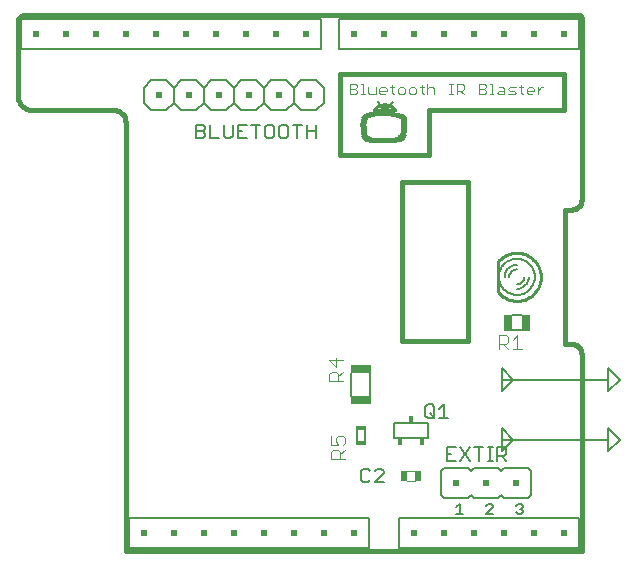
<source format=gto>
G75*
%MOIN*%
%OFA0B0*%
%FSLAX24Y24*%
%IPPOS*%
%LPD*%
%AMOC8*
5,1,8,0,0,1.08239X$1,22.5*
%
%ADD10C,0.0160*%
%ADD11C,0.0040*%
%ADD12C,0.0050*%
%ADD13R,0.0200X0.0200*%
%ADD14R,0.0400X0.0010*%
%ADD15R,0.0760X0.0010*%
%ADD16R,0.0960X0.0010*%
%ADD17R,0.1030X0.0010*%
%ADD18R,0.1120X0.0010*%
%ADD19R,0.1190X0.0010*%
%ADD20R,0.1220X0.0010*%
%ADD21R,0.1260X0.0010*%
%ADD22R,0.1300X0.0010*%
%ADD23R,0.1320X0.0010*%
%ADD24R,0.1350X0.0010*%
%ADD25R,0.1370X0.0010*%
%ADD26R,0.1380X0.0010*%
%ADD27R,0.1400X0.0010*%
%ADD28R,0.1420X0.0010*%
%ADD29R,0.0600X0.0010*%
%ADD30R,0.0610X0.0010*%
%ADD31R,0.0420X0.0010*%
%ADD32R,0.0330X0.0010*%
%ADD33R,0.0360X0.0010*%
%ADD34R,0.0320X0.0010*%
%ADD35R,0.0280X0.0010*%
%ADD36R,0.0300X0.0010*%
%ADD37R,0.0260X0.0010*%
%ADD38R,0.0270X0.0010*%
%ADD39R,0.0240X0.0010*%
%ADD40R,0.0250X0.0010*%
%ADD41R,0.0230X0.0010*%
%ADD42R,0.0220X0.0010*%
%ADD43R,0.0210X0.0010*%
%ADD44R,0.0200X0.0010*%
%ADD45R,0.0190X0.0010*%
%ADD46R,0.0180X0.0010*%
%ADD47R,0.0170X0.0010*%
%ADD48R,0.0480X0.0010*%
%ADD49R,0.1410X0.0010*%
%ADD50R,0.1390X0.0010*%
%ADD51R,0.1360X0.0010*%
%ADD52R,0.1330X0.0010*%
%ADD53R,0.1310X0.0010*%
%ADD54R,0.1210X0.0010*%
%ADD55R,0.1160X0.0010*%
%ADD56R,0.1090X0.0010*%
%ADD57R,0.0970X0.0010*%
%ADD58R,0.0840X0.0010*%
%ADD59R,0.0660X0.0010*%
%ADD60R,0.0050X0.0010*%
%ADD61R,0.0790X0.0010*%
%ADD62R,0.0800X0.0010*%
%ADD63R,0.0780X0.0010*%
%ADD64R,0.0310X0.0010*%
%ADD65R,0.0290X0.0010*%
%ADD66R,0.0150X0.0010*%
%ADD67R,0.0160X0.0010*%
%ADD68R,0.0140X0.0010*%
%ADD69R,0.0130X0.0010*%
%ADD70R,0.0640X0.0010*%
%ADD71R,0.0590X0.0010*%
%ADD72R,0.0560X0.0010*%
%ADD73R,0.0540X0.0010*%
%ADD74R,0.0500X0.0010*%
%ADD75R,0.0470X0.0010*%
%ADD76R,0.0430X0.0010*%
%ADD77R,0.0030X0.0010*%
%ADD78R,0.0040X0.0010*%
%ADD79R,0.0020X0.0010*%
%ADD80C,0.0060*%
%ADD81R,0.0180X0.0230*%
%ADD82R,0.0690X0.0290*%
%ADD83R,0.0340X0.0160*%
%ADD84R,0.0197X0.0374*%
%ADD85R,0.0197X0.0374*%
%ADD86C,0.0100*%
%ADD87R,0.0240X0.0240*%
%ADD88R,0.0256X0.0551*%
D10*
X003780Y000240D02*
X003780Y014540D01*
X003778Y014579D01*
X003772Y014618D01*
X003763Y014656D01*
X003750Y014693D01*
X003733Y014729D01*
X003713Y014762D01*
X003689Y014794D01*
X003663Y014823D01*
X003634Y014849D01*
X003602Y014873D01*
X003569Y014893D01*
X003533Y014910D01*
X003496Y014923D01*
X003458Y014932D01*
X003419Y014938D01*
X003380Y014940D01*
X000680Y014940D01*
X000636Y014942D01*
X000593Y014948D01*
X000551Y014957D01*
X000509Y014970D01*
X000469Y014987D01*
X000430Y015007D01*
X000393Y015030D01*
X000359Y015057D01*
X000326Y015086D01*
X000297Y015119D01*
X000270Y015153D01*
X000247Y015190D01*
X000227Y015229D01*
X000210Y015269D01*
X000197Y015311D01*
X000188Y015353D01*
X000182Y015396D01*
X000180Y015440D01*
X000180Y017860D01*
X000182Y017889D01*
X000187Y017917D01*
X000196Y017945D01*
X000207Y017972D01*
X000222Y017996D01*
X000240Y018019D01*
X000261Y018040D01*
X000284Y018058D01*
X000308Y018073D01*
X000335Y018084D01*
X000363Y018093D01*
X000391Y018098D01*
X000420Y018100D01*
X018900Y018100D01*
X018916Y018098D01*
X018931Y018094D01*
X018944Y018087D01*
X018957Y018077D01*
X018967Y018064D01*
X018974Y018051D01*
X018978Y018036D01*
X018980Y018020D01*
X018980Y017460D01*
X018980Y017440D02*
X018980Y011940D01*
X018978Y011906D01*
X018972Y011873D01*
X018963Y011841D01*
X018950Y011810D01*
X018934Y011780D01*
X018915Y011753D01*
X018892Y011728D01*
X018867Y011705D01*
X018840Y011686D01*
X018810Y011670D01*
X018779Y011657D01*
X018747Y011648D01*
X018714Y011642D01*
X018680Y011640D01*
X018660Y011620D02*
X018420Y011620D01*
X018420Y007140D01*
X018660Y007140D01*
X018693Y007138D01*
X018727Y007133D01*
X018759Y007124D01*
X018790Y007112D01*
X018820Y007097D01*
X018848Y007079D01*
X018874Y007058D01*
X018898Y007034D01*
X018919Y007008D01*
X018937Y006980D01*
X018952Y006950D01*
X018964Y006919D01*
X018973Y006887D01*
X018978Y006853D01*
X018980Y006820D01*
X018980Y000260D01*
X018980Y000240D02*
X003780Y000240D01*
X012980Y007240D02*
X012980Y012540D01*
X015180Y012540D01*
X015180Y007240D01*
X012980Y007240D01*
X013880Y013440D02*
X010920Y013440D01*
X010920Y016140D01*
X018400Y016140D01*
X018400Y014940D01*
X013880Y014940D01*
X013880Y013440D01*
D11*
X013838Y015460D02*
X013838Y015820D01*
X013898Y015700D02*
X013838Y015640D01*
X013898Y015700D02*
X014018Y015700D01*
X014078Y015640D01*
X014078Y015460D01*
X013713Y015460D02*
X013653Y015520D01*
X013653Y015760D01*
X013593Y015700D02*
X013713Y015700D01*
X013465Y015640D02*
X013465Y015520D01*
X013404Y015460D01*
X013284Y015460D01*
X013224Y015520D01*
X013224Y015640D01*
X013284Y015700D01*
X013404Y015700D01*
X013465Y015640D01*
X013096Y015640D02*
X013096Y015520D01*
X013036Y015460D01*
X012916Y015460D01*
X012856Y015520D01*
X012856Y015640D01*
X012916Y015700D01*
X013036Y015700D01*
X013096Y015640D01*
X012731Y015700D02*
X012610Y015700D01*
X012671Y015760D02*
X012671Y015520D01*
X012731Y015460D01*
X012482Y015580D02*
X012242Y015580D01*
X012242Y015520D02*
X012242Y015640D01*
X012302Y015700D01*
X012422Y015700D01*
X012482Y015640D01*
X012482Y015580D01*
X012422Y015460D02*
X012302Y015460D01*
X012242Y015520D01*
X012114Y015460D02*
X012114Y015700D01*
X012114Y015460D02*
X011934Y015460D01*
X011874Y015520D01*
X011874Y015700D01*
X011688Y015820D02*
X011688Y015460D01*
X011628Y015460D02*
X011748Y015460D01*
X011500Y015520D02*
X011500Y015580D01*
X011440Y015640D01*
X011260Y015640D01*
X011260Y015460D02*
X011440Y015460D01*
X011500Y015520D01*
X011440Y015640D02*
X011500Y015700D01*
X011500Y015760D01*
X011440Y015820D01*
X011260Y015820D01*
X011260Y015460D01*
X011628Y015820D02*
X011688Y015820D01*
X014575Y015820D02*
X014695Y015820D01*
X014635Y015820D02*
X014635Y015460D01*
X014575Y015460D02*
X014695Y015460D01*
X014820Y015460D02*
X014820Y015820D01*
X015001Y015820D01*
X015061Y015760D01*
X015061Y015640D01*
X015001Y015580D01*
X014820Y015580D01*
X014940Y015580D02*
X015061Y015460D01*
X015557Y015460D02*
X015737Y015460D01*
X015797Y015520D01*
X015797Y015580D01*
X015737Y015640D01*
X015557Y015640D01*
X015557Y015460D02*
X015557Y015820D01*
X015737Y015820D01*
X015797Y015760D01*
X015797Y015700D01*
X015737Y015640D01*
X015925Y015460D02*
X016045Y015460D01*
X015985Y015460D02*
X015985Y015820D01*
X015925Y015820D01*
X016231Y015700D02*
X016351Y015700D01*
X016411Y015640D01*
X016411Y015460D01*
X016231Y015460D01*
X016171Y015520D01*
X016231Y015580D01*
X016411Y015580D01*
X016539Y015640D02*
X016599Y015700D01*
X016779Y015700D01*
X016907Y015700D02*
X017028Y015700D01*
X016968Y015760D02*
X016968Y015520D01*
X017028Y015460D01*
X017153Y015520D02*
X017153Y015640D01*
X017213Y015700D01*
X017333Y015700D01*
X017393Y015640D01*
X017393Y015580D01*
X017153Y015580D01*
X017153Y015520D02*
X017213Y015460D01*
X017333Y015460D01*
X017521Y015460D02*
X017521Y015700D01*
X017521Y015580D02*
X017641Y015700D01*
X017701Y015700D01*
X016779Y015520D02*
X016719Y015580D01*
X016599Y015580D01*
X016539Y015640D01*
X016539Y015460D02*
X016719Y015460D01*
X016779Y015520D01*
X016833Y007440D02*
X016833Y006980D01*
X016680Y006980D02*
X016987Y006980D01*
X016680Y007287D02*
X016833Y007440D01*
X016526Y007364D02*
X016526Y007210D01*
X016449Y007133D01*
X016219Y007133D01*
X016219Y006980D02*
X016219Y007440D01*
X016449Y007440D01*
X016526Y007364D01*
X016373Y007133D02*
X016526Y006980D01*
X013440Y002905D02*
X013160Y002905D01*
X013160Y002570D02*
X013440Y002570D01*
X011090Y003309D02*
X010630Y003309D01*
X010630Y003539D01*
X010706Y003616D01*
X010860Y003616D01*
X010937Y003539D01*
X010937Y003309D01*
X010937Y003463D02*
X011090Y003616D01*
X011013Y003770D02*
X011090Y003846D01*
X011090Y004000D01*
X011013Y004077D01*
X010860Y004077D01*
X010783Y004000D01*
X010783Y003923D01*
X010860Y003770D01*
X010630Y003770D01*
X010630Y004077D01*
X010570Y005909D02*
X010570Y006139D01*
X010646Y006216D01*
X010800Y006216D01*
X010877Y006139D01*
X010877Y005909D01*
X011030Y005909D02*
X010570Y005909D01*
X010877Y006063D02*
X011030Y006216D01*
X010800Y006370D02*
X010800Y006677D01*
X011030Y006600D02*
X010570Y006600D01*
X010800Y006370D01*
D12*
X013775Y005055D02*
X013775Y004755D01*
X013850Y004680D01*
X014000Y004680D01*
X014075Y004755D01*
X014075Y005055D01*
X014000Y005130D01*
X013850Y005130D01*
X013775Y005055D01*
X013925Y004830D02*
X014075Y004680D01*
X014235Y004680D02*
X014536Y004680D01*
X014386Y004680D02*
X014386Y005130D01*
X014235Y004980D01*
X014485Y003705D02*
X014485Y003255D01*
X014785Y003255D01*
X014945Y003255D02*
X015246Y003705D01*
X015406Y003705D02*
X015706Y003705D01*
X015556Y003705D02*
X015556Y003255D01*
X015866Y003255D02*
X016016Y003255D01*
X015941Y003255D02*
X015941Y003705D01*
X015866Y003705D02*
X016016Y003705D01*
X016173Y003705D02*
X016398Y003705D01*
X016473Y003630D01*
X016473Y003480D01*
X016398Y003405D01*
X016173Y003405D01*
X016173Y003255D02*
X016173Y003705D01*
X016317Y003565D02*
X016317Y004353D01*
X016710Y003959D01*
X016317Y003565D01*
X016323Y003405D02*
X016473Y003255D01*
X016317Y003959D02*
X016710Y003959D01*
X019860Y003959D01*
X019860Y004353D01*
X020254Y003959D01*
X019860Y003565D01*
X019860Y003959D01*
X019860Y005565D02*
X020254Y005959D01*
X019860Y006353D01*
X019860Y005959D01*
X016710Y005959D01*
X016317Y005565D01*
X016317Y006353D01*
X016710Y005959D01*
X016317Y005959D01*
X014945Y003705D02*
X015246Y003255D01*
X014785Y003705D02*
X014485Y003705D01*
X014485Y003480D02*
X014635Y003480D01*
X014918Y001815D02*
X014805Y001702D01*
X014918Y001815D02*
X014918Y001475D01*
X014805Y001475D02*
X015032Y001475D01*
X015805Y001475D02*
X016032Y001702D01*
X016032Y001759D01*
X015975Y001815D01*
X015862Y001815D01*
X015805Y001759D01*
X015805Y001475D02*
X016032Y001475D01*
X016805Y001532D02*
X016862Y001475D01*
X016975Y001475D01*
X017032Y001532D01*
X017032Y001588D01*
X016975Y001645D01*
X016918Y001645D01*
X016975Y001645D02*
X017032Y001702D01*
X017032Y001759D01*
X016975Y001815D01*
X016862Y001815D01*
X016805Y001759D01*
X018880Y001340D02*
X018880Y000340D01*
X012880Y000340D01*
X012880Y001340D01*
X018880Y001340D01*
X019860Y005565D02*
X019860Y005959D01*
X012385Y002905D02*
X012310Y002980D01*
X012160Y002980D01*
X012085Y002905D01*
X011924Y002905D02*
X011849Y002980D01*
X011699Y002980D01*
X011624Y002905D01*
X011624Y002605D01*
X011699Y002530D01*
X011849Y002530D01*
X011924Y002605D01*
X012085Y002530D02*
X012385Y002830D01*
X012385Y002905D01*
X012385Y002530D02*
X012085Y002530D01*
X011880Y001340D02*
X011880Y000340D01*
X003880Y000340D01*
X003880Y001340D01*
X011880Y001340D01*
X010115Y014005D02*
X010115Y014455D01*
X009815Y014455D02*
X009815Y014005D01*
X009815Y014230D02*
X010115Y014230D01*
X009654Y014455D02*
X009354Y014455D01*
X009504Y014455D02*
X009504Y014005D01*
X009194Y014080D02*
X009194Y014380D01*
X009119Y014455D01*
X008969Y014455D01*
X008894Y014380D01*
X008894Y014080D01*
X008969Y014005D01*
X009119Y014005D01*
X009194Y014080D01*
X008734Y014080D02*
X008659Y014005D01*
X008508Y014005D01*
X008433Y014080D01*
X008433Y014380D01*
X008508Y014455D01*
X008659Y014455D01*
X008734Y014380D01*
X008734Y014080D01*
X008273Y014455D02*
X007973Y014455D01*
X008123Y014455D02*
X008123Y014005D01*
X007813Y014005D02*
X007513Y014005D01*
X007513Y014455D01*
X007813Y014455D01*
X007663Y014230D02*
X007513Y014230D01*
X007353Y014080D02*
X007353Y014455D01*
X007052Y014455D02*
X007052Y014080D01*
X007127Y014005D01*
X007277Y014005D01*
X007353Y014080D01*
X006892Y014005D02*
X006592Y014005D01*
X006592Y014455D01*
X006432Y014380D02*
X006432Y014305D01*
X006357Y014230D01*
X006131Y014230D01*
X006131Y014005D02*
X006357Y014005D01*
X006432Y014080D01*
X006432Y014155D01*
X006357Y014230D01*
X006432Y014380D02*
X006357Y014455D01*
X006131Y014455D01*
X006131Y014005D01*
X010280Y016980D02*
X000280Y016980D01*
X000280Y017980D01*
X010280Y017980D01*
X010280Y016980D01*
X010880Y016980D02*
X010880Y017980D01*
X018880Y017980D01*
X018880Y016980D01*
X010880Y016980D01*
D13*
X011380Y017480D03*
X012380Y017480D03*
X013380Y017480D03*
X014380Y017480D03*
X015380Y017480D03*
X016380Y017480D03*
X017380Y017480D03*
X018380Y017480D03*
X009880Y015440D03*
X008880Y015440D03*
X007880Y015440D03*
X006880Y015440D03*
X005880Y015440D03*
X004880Y015440D03*
X004780Y017480D03*
X003780Y017480D03*
X002780Y017480D03*
X001780Y017480D03*
X000780Y017480D03*
X005780Y017480D03*
X006780Y017480D03*
X007780Y017480D03*
X008780Y017480D03*
X009780Y017480D03*
X009380Y000840D03*
X010380Y000840D03*
X011380Y000840D03*
X013380Y000840D03*
X014380Y000840D03*
X015380Y000840D03*
X016380Y000840D03*
X017380Y000840D03*
X018380Y000840D03*
X008380Y000840D03*
X007380Y000840D03*
X006380Y000840D03*
X005380Y000840D03*
X004380Y000840D03*
D14*
X012365Y013830D03*
X011865Y013990D03*
D15*
X012385Y013840D03*
X012425Y014930D03*
D16*
X012375Y013850D03*
D17*
X012380Y013860D03*
D18*
X012375Y013870D03*
D19*
X012380Y013880D03*
D20*
X012375Y013890D03*
D21*
X012385Y013900D03*
X012385Y014780D03*
D22*
X012385Y013910D03*
D23*
X012385Y013920D03*
D24*
X012380Y013930D03*
D25*
X012380Y013940D03*
D26*
X012385Y013950D03*
D27*
X012385Y013960D03*
D28*
X012385Y013970D03*
D29*
X011975Y013980D03*
D30*
X012790Y013980D03*
X012420Y015030D03*
D31*
X012435Y015100D03*
X012915Y014710D03*
X012895Y013990D03*
X011905Y014720D03*
D32*
X011840Y014700D03*
X011830Y014000D03*
X012950Y014010D03*
D33*
X012935Y014000D03*
X012945Y014700D03*
X012405Y015110D03*
X011865Y014710D03*
D34*
X011815Y014010D03*
X012975Y014690D03*
D35*
X013005Y014670D03*
X012435Y014990D03*
X011815Y014690D03*
X011795Y014020D03*
X012985Y014030D03*
D36*
X012965Y014020D03*
X012995Y014680D03*
D37*
X013025Y014650D03*
X013035Y014640D03*
X012425Y015120D03*
X011775Y014040D03*
X011785Y014030D03*
D38*
X011800Y014680D03*
X012430Y014960D03*
X012430Y014970D03*
X012430Y014980D03*
X013020Y014660D03*
X012990Y014040D03*
D39*
X013015Y014070D03*
X013045Y014630D03*
X011775Y014660D03*
X011765Y014050D03*
D40*
X011790Y014670D03*
X013000Y014050D03*
X013010Y014060D03*
D41*
X013020Y014080D03*
X013030Y014090D03*
X013030Y014100D03*
X013060Y014590D03*
X013060Y014600D03*
X013050Y014610D03*
X013050Y014620D03*
X011770Y014650D03*
X011760Y014060D03*
D42*
X011755Y014070D03*
X011755Y014640D03*
X012715Y014880D03*
X013065Y014580D03*
X013065Y014570D03*
X013035Y014110D03*
D43*
X013040Y014120D03*
X013040Y014130D03*
X013040Y014140D03*
X013050Y014160D03*
X013050Y014170D03*
X013070Y014510D03*
X013070Y014520D03*
X013070Y014530D03*
X013070Y014540D03*
X013070Y014550D03*
X013070Y014560D03*
X011750Y014620D03*
X011750Y014630D03*
X011740Y014100D03*
X011750Y014090D03*
X011750Y014080D03*
D44*
X011735Y014110D03*
X011735Y014120D03*
X011735Y014130D03*
X011725Y014170D03*
X011745Y014610D03*
X012145Y014940D03*
X013075Y014500D03*
X013075Y014490D03*
X013075Y014480D03*
X013075Y014470D03*
X013075Y014460D03*
X013075Y014450D03*
X013075Y014440D03*
X013075Y014430D03*
X013075Y014420D03*
X013075Y014410D03*
X013075Y014400D03*
X013075Y014390D03*
X013075Y014380D03*
X013075Y014370D03*
X013065Y014340D03*
X013065Y014330D03*
X013065Y014320D03*
X013065Y014310D03*
X013065Y014300D03*
X013065Y014290D03*
X013065Y014280D03*
X013065Y014270D03*
X013065Y014260D03*
X013065Y014250D03*
X013055Y014220D03*
X013055Y014210D03*
X013055Y014200D03*
X013055Y014190D03*
X013055Y014180D03*
X013045Y014150D03*
D45*
X013060Y014230D03*
X013060Y014240D03*
X013070Y014350D03*
X013070Y014360D03*
X011740Y014600D03*
X011730Y014590D03*
X011730Y014580D03*
X011720Y014550D03*
X011720Y014220D03*
X011720Y014210D03*
X011720Y014200D03*
X011720Y014190D03*
X011720Y014180D03*
X011730Y014160D03*
X011730Y014150D03*
X011730Y014140D03*
D46*
X011715Y014230D03*
X011715Y014240D03*
X011715Y014250D03*
X011715Y014260D03*
X011715Y014270D03*
X011715Y014280D03*
X011715Y014290D03*
X011715Y014300D03*
X011715Y014310D03*
X011715Y014320D03*
X011715Y014330D03*
X011715Y014340D03*
X011715Y014350D03*
X011715Y014360D03*
X011715Y014480D03*
X011715Y014490D03*
X011715Y014500D03*
X011715Y014510D03*
X011715Y014520D03*
X011715Y014530D03*
X011715Y014540D03*
X011725Y014560D03*
X011725Y014570D03*
D47*
X011710Y014470D03*
X011710Y014460D03*
X011710Y014450D03*
X011710Y014440D03*
X011710Y014430D03*
X011710Y014420D03*
X011710Y014410D03*
X011710Y014400D03*
X011710Y014390D03*
X011710Y014380D03*
X011710Y014370D03*
X012140Y014950D03*
X012720Y014940D03*
D48*
X012515Y015010D03*
X012875Y014720D03*
D49*
X012400Y014730D03*
D50*
X012400Y014740D03*
D51*
X012395Y014750D03*
D52*
X012390Y014760D03*
D53*
X012390Y014770D03*
D54*
X012380Y014790D03*
D55*
X012375Y014800D03*
D56*
X012360Y014810D03*
D57*
X012340Y014820D03*
D58*
X012315Y014830D03*
D59*
X012295Y014840D03*
D60*
X012800Y014870D03*
D61*
X012430Y014890D03*
D62*
X012425Y014900D03*
D63*
X012425Y014910D03*
X012425Y014920D03*
D64*
X012420Y014940D03*
D65*
X012430Y014950D03*
X012440Y015000D03*
D66*
X012720Y014960D03*
X012720Y014950D03*
X012140Y014970D03*
D67*
X012135Y014960D03*
X012425Y015130D03*
D68*
X012165Y015010D03*
X012155Y015000D03*
X012145Y014990D03*
X012145Y014980D03*
X012715Y014970D03*
D69*
X012710Y014980D03*
X012710Y014990D03*
X012700Y015000D03*
D70*
X012425Y015020D03*
D71*
X012420Y015040D03*
D72*
X012425Y015050D03*
D73*
X012425Y015060D03*
D74*
X012425Y015070D03*
D75*
X012420Y015080D03*
D76*
X012430Y015090D03*
D77*
X012630Y015110D03*
X012670Y015160D03*
X012690Y015190D03*
X012230Y015130D03*
X012220Y015150D03*
X012200Y015180D03*
X012190Y015190D03*
X012180Y015210D03*
D78*
X012185Y015200D03*
X012205Y015170D03*
X012215Y015160D03*
X012225Y015140D03*
X012235Y015120D03*
X012635Y015120D03*
X012645Y015130D03*
X012655Y015140D03*
X012665Y015150D03*
X012675Y015170D03*
X012685Y015180D03*
D79*
X012695Y015200D03*
D80*
X010380Y015190D02*
X010130Y014940D01*
X009630Y014940D01*
X009380Y015190D01*
X009130Y014940D01*
X008630Y014940D01*
X008380Y015190D01*
X008380Y015690D01*
X008630Y015940D01*
X009130Y015940D01*
X009380Y015690D01*
X009630Y015940D01*
X010130Y015940D01*
X010380Y015690D01*
X010380Y015190D01*
X009380Y015190D02*
X009380Y015690D01*
X008380Y015690D02*
X008130Y015940D01*
X007630Y015940D01*
X007380Y015690D01*
X007130Y015940D01*
X006630Y015940D01*
X006380Y015690D01*
X006130Y015940D01*
X005630Y015940D01*
X005380Y015690D01*
X005130Y015940D01*
X004630Y015940D01*
X004380Y015690D01*
X004380Y015190D01*
X004630Y014940D01*
X005130Y014940D01*
X005380Y015190D01*
X005380Y015690D01*
X005380Y015190D02*
X005630Y014940D01*
X006130Y014940D01*
X006380Y015190D01*
X006380Y015690D01*
X006380Y015190D02*
X006630Y014940D01*
X007130Y014940D01*
X007380Y015190D01*
X007380Y015690D01*
X007380Y015190D02*
X007630Y014940D01*
X008130Y014940D01*
X008380Y015190D01*
X016659Y008110D02*
X016981Y008110D01*
X016981Y007610D02*
X016659Y007610D01*
X016220Y009380D02*
X016222Y009426D01*
X016227Y009472D01*
X016236Y009518D01*
X016248Y009562D01*
X016264Y009606D01*
X016283Y009648D01*
X016305Y009689D01*
X016331Y009727D01*
X016359Y009764D01*
X017268Y009779D02*
X017299Y009741D01*
X017327Y009701D01*
X017351Y009659D01*
X017372Y009616D01*
X017389Y009570D01*
X017402Y009524D01*
X017412Y009476D01*
X017418Y009428D01*
X017420Y009380D01*
X016820Y008780D02*
X016773Y008782D01*
X016725Y008788D01*
X016679Y008797D01*
X016633Y008810D01*
X016589Y008826D01*
X016545Y008847D01*
X016504Y008870D01*
X016465Y008896D01*
X016428Y008926D01*
X016393Y008959D01*
X016361Y008994D01*
X016332Y009031D01*
X016820Y009980D02*
X016865Y009978D01*
X016911Y009973D01*
X016955Y009965D01*
X016999Y009953D01*
X017042Y009937D01*
X017084Y009919D01*
X017124Y009897D01*
X017162Y009873D01*
X017198Y009846D01*
X017233Y009816D01*
X017264Y009783D01*
X017294Y009748D01*
X016220Y009380D02*
X016222Y009333D01*
X016227Y009286D01*
X016237Y009240D01*
X016250Y009194D01*
X016266Y009150D01*
X016286Y009107D01*
X016309Y009066D01*
X016335Y009027D01*
X016364Y008990D01*
X016820Y008780D02*
X016866Y008782D01*
X016912Y008787D01*
X016958Y008796D01*
X017003Y008808D01*
X017046Y008824D01*
X017088Y008843D01*
X017129Y008866D01*
X017168Y008891D01*
X017204Y008919D01*
X017239Y008950D01*
X017271Y008984D01*
X017300Y009020D01*
X016820Y009980D02*
X016775Y009978D01*
X016729Y009973D01*
X016685Y009965D01*
X016641Y009953D01*
X016598Y009937D01*
X016556Y009919D01*
X016516Y009897D01*
X016478Y009873D01*
X016442Y009846D01*
X016407Y009816D01*
X016376Y009783D01*
X016346Y009748D01*
X017420Y009380D02*
X017418Y009334D01*
X017413Y009288D01*
X017404Y009242D01*
X017392Y009198D01*
X017376Y009154D01*
X017357Y009112D01*
X017335Y009071D01*
X017309Y009033D01*
X017281Y008996D01*
X016820Y009780D02*
X016781Y009778D01*
X016742Y009772D01*
X016704Y009763D01*
X016667Y009750D01*
X016631Y009733D01*
X016598Y009713D01*
X016566Y009689D01*
X016537Y009663D01*
X016511Y009634D01*
X016487Y009602D01*
X016467Y009569D01*
X016450Y009533D01*
X016437Y009496D01*
X016428Y009458D01*
X016422Y009419D01*
X016420Y009380D01*
X016570Y009380D02*
X016572Y009410D01*
X016577Y009440D01*
X016586Y009469D01*
X016599Y009496D01*
X016614Y009522D01*
X016633Y009546D01*
X016654Y009567D01*
X016678Y009586D01*
X016704Y009601D01*
X016731Y009614D01*
X016760Y009623D01*
X016790Y009628D01*
X016820Y009630D01*
X017220Y009380D02*
X017218Y009341D01*
X017212Y009302D01*
X017203Y009264D01*
X017190Y009227D01*
X017173Y009191D01*
X017153Y009158D01*
X017129Y009126D01*
X017103Y009097D01*
X017074Y009071D01*
X017042Y009047D01*
X017009Y009027D01*
X016973Y009010D01*
X016936Y008997D01*
X016898Y008988D01*
X016859Y008982D01*
X016820Y008980D01*
X016820Y009130D02*
X016850Y009132D01*
X016880Y009137D01*
X016909Y009146D01*
X016936Y009159D01*
X016962Y009174D01*
X016986Y009193D01*
X017007Y009214D01*
X017026Y009238D01*
X017041Y009264D01*
X017054Y009291D01*
X017063Y009320D01*
X017068Y009350D01*
X017070Y009380D01*
X011940Y006160D02*
X011940Y005405D01*
X011300Y005405D02*
X011300Y006160D01*
X012740Y004520D02*
X012960Y004520D01*
X012740Y004520D02*
X012740Y004200D01*
X012740Y004000D02*
X012740Y004520D01*
X013860Y004520D01*
X013640Y004520D01*
X013860Y004520D02*
X013860Y004200D01*
X013860Y004000D02*
X012740Y004000D01*
X011760Y003930D02*
X011760Y004270D01*
X011480Y004270D02*
X011480Y003930D01*
X013860Y004000D02*
X013860Y004520D01*
X014380Y003000D02*
X015180Y003000D01*
X015280Y002900D01*
X015380Y003000D01*
X016180Y003000D01*
X016280Y002900D01*
X016380Y003000D01*
X017180Y003000D01*
X017280Y002900D01*
X017280Y002100D01*
X017180Y002000D01*
X016380Y002000D01*
X016280Y002100D01*
X016180Y002000D01*
X015380Y002000D01*
X015280Y002100D01*
X015180Y002000D01*
X014380Y002000D01*
X014280Y002100D01*
X014280Y002900D01*
X014380Y003000D01*
D81*
X013670Y003865D03*
X012930Y003865D03*
X013300Y004655D03*
D82*
X011620Y005260D03*
X011620Y006300D03*
D83*
X011620Y004350D03*
X011620Y003850D03*
D84*
X013072Y002738D03*
D85*
X013532Y002738D03*
D86*
X016200Y008880D02*
X016200Y009880D01*
X017501Y009799D02*
X017529Y009751D01*
X017553Y009702D01*
X017573Y009650D01*
X017590Y009598D01*
X017603Y009544D01*
X017612Y009490D01*
X017618Y009435D01*
X017620Y009380D01*
X017515Y009777D02*
X017485Y009825D01*
X017452Y009870D01*
X017416Y009913D01*
X017378Y009954D01*
X017336Y009991D01*
X017292Y010026D01*
X017246Y010057D01*
X017197Y010086D01*
X017147Y010110D01*
X017095Y010131D01*
X017041Y010149D01*
X016987Y010162D01*
X016932Y010172D01*
X016876Y010178D01*
X016820Y010180D01*
X017620Y009380D02*
X017618Y009324D01*
X017612Y009267D01*
X017602Y009212D01*
X017588Y009157D01*
X017571Y009104D01*
X017549Y009051D01*
X017524Y009001D01*
X016820Y008580D02*
X016766Y008582D01*
X016713Y008587D01*
X016659Y008596D01*
X016607Y008609D01*
X016556Y008625D01*
X016505Y008645D01*
X016456Y008667D01*
X016409Y008693D01*
X016364Y008723D01*
X016321Y008755D01*
X016280Y008790D01*
X016241Y008828D01*
X016205Y008868D01*
X016820Y008580D02*
X016874Y008582D01*
X016928Y008587D01*
X016981Y008596D01*
X017034Y008609D01*
X017085Y008625D01*
X017135Y008645D01*
X017184Y008668D01*
X017232Y008694D01*
X017277Y008723D01*
X017320Y008756D01*
X017361Y008791D01*
X017400Y008829D01*
X017436Y008869D01*
X017469Y008912D01*
X017499Y008957D01*
X017526Y009004D01*
X016820Y010180D02*
X016767Y010178D01*
X016713Y010173D01*
X016661Y010164D01*
X016609Y010152D01*
X016558Y010136D01*
X016508Y010117D01*
X016459Y010094D01*
X016412Y010068D01*
X016367Y010040D01*
X016324Y010008D01*
X016284Y009974D01*
X016245Y009936D01*
X016209Y009897D01*
D87*
X015780Y002500D03*
X014780Y002500D03*
X016780Y002500D03*
D88*
X016532Y007859D03*
X017112Y007859D03*
M02*

</source>
